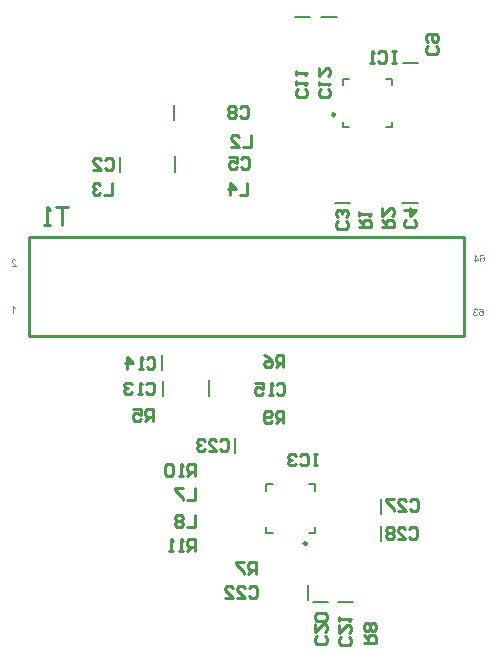
<source format=gbo>
%FSLAX43Y43*%
%MOMM*%
G71*
G01*
G75*
G04 Layer_Color=32896*
%ADD10R,1.500X1.000*%
%ADD11O,2.200X0.600*%
%ADD12R,1.000X1.500*%
%ADD13R,1.100X3.600*%
%ADD14R,10.550X8.700*%
%ADD15R,2.600X2.200*%
%ADD16C,0.250*%
%ADD17C,0.300*%
%ADD18C,0.200*%
%ADD19C,0.500*%
%ADD20C,1.500*%
%ADD21R,1.500X1.500*%
%ADD22C,2.800*%
%ADD23C,2.000*%
%ADD24R,1.500X1.500*%
%ADD25C,0.800*%
%ADD26C,6.000*%
%ADD27C,0.600*%
%ADD28C,0.660*%
%ADD29C,1.100*%
%ADD30R,2.500X2.500*%
%ADD31O,0.700X0.250*%
%ADD32O,0.250X0.700*%
%ADD33R,2.300X2.300*%
%ADD34O,0.350X0.800*%
%ADD35O,0.800X0.350*%
%ADD36O,0.600X3.000*%
%ADD37C,0.400*%
%ADD38C,0.254*%
%ADD39C,0.203*%
%ADD40R,1.703X1.203*%
%ADD41O,2.403X0.803*%
%ADD42R,1.203X1.703*%
%ADD43R,1.303X3.803*%
%ADD44R,10.753X8.903*%
%ADD45R,2.803X2.403*%
%ADD46C,1.703*%
%ADD47R,1.703X1.703*%
%ADD48C,3.003*%
%ADD49C,2.203*%
%ADD50R,1.703X1.703*%
%ADD51C,0.203*%
%ADD52C,6.203*%
%ADD53R,2.703X2.703*%
%ADD54O,0.903X0.453*%
%ADD55O,0.453X0.903*%
%ADD56R,2.503X2.503*%
%ADD57O,0.553X1.003*%
%ADD58O,1.003X0.553*%
%ADD59O,0.803X3.203*%
%ADD60C,0.803*%
%ADD61C,0.863*%
G36*
X59050Y35566D02*
X59075Y35561D01*
X59096Y35554D01*
X59115Y35546D01*
X59123Y35542D01*
X59130Y35538D01*
X59136Y35534D01*
X59141Y35531D01*
X59144Y35528D01*
X59147Y35526D01*
X59149Y35525D01*
X59150Y35524D01*
X59167Y35507D01*
X59181Y35487D01*
X59192Y35467D01*
X59202Y35446D01*
X59207Y35429D01*
X59210Y35421D01*
X59212Y35415D01*
X59213Y35409D01*
X59214Y35406D01*
X59215Y35403D01*
Y35402D01*
X59136Y35388D01*
X59132Y35409D01*
X59127Y35426D01*
X59120Y35441D01*
X59114Y35453D01*
X59107Y35462D01*
X59102Y35469D01*
X59098Y35473D01*
X59097Y35474D01*
X59085Y35483D01*
X59072Y35491D01*
X59060Y35495D01*
X59048Y35499D01*
X59037Y35501D01*
X59029Y35503D01*
X59021D01*
X59005Y35502D01*
X58990Y35498D01*
X58977Y35494D01*
X58966Y35489D01*
X58958Y35483D01*
X58951Y35479D01*
X58947Y35475D01*
X58946Y35474D01*
X58935Y35463D01*
X58928Y35451D01*
X58923Y35439D01*
X58920Y35428D01*
X58918Y35418D01*
X58916Y35410D01*
Y35405D01*
Y35404D01*
Y35403D01*
Y35393D01*
X58918Y35384D01*
X58922Y35368D01*
X58929Y35354D01*
X58936Y35342D01*
X58944Y35334D01*
X58950Y35327D01*
X58955Y35323D01*
X58956Y35323D01*
X58957D01*
X58972Y35314D01*
X58987Y35308D01*
X59003Y35303D01*
X59017Y35300D01*
X59029Y35299D01*
X59039Y35297D01*
X59051D01*
X59055Y35298D01*
X59059D01*
X59069Y35228D01*
X59057Y35231D01*
X59045Y35233D01*
X59036Y35235D01*
X59028Y35236D01*
X59021Y35237D01*
X59013D01*
X58994Y35235D01*
X58976Y35231D01*
X58960Y35225D01*
X58947Y35219D01*
X58937Y35213D01*
X58930Y35207D01*
X58925Y35203D01*
X58923Y35201D01*
X58911Y35188D01*
X58902Y35173D01*
X58896Y35158D01*
X58892Y35143D01*
X58889Y35131D01*
X58888Y35121D01*
X58887Y35117D01*
Y35115D01*
Y35113D01*
Y35112D01*
X58889Y35091D01*
X58894Y35073D01*
X58899Y35057D01*
X58907Y35043D01*
X58914Y35032D01*
X58920Y35024D01*
X58924Y35018D01*
X58926Y35017D01*
X58941Y35004D01*
X58957Y34994D01*
X58972Y34988D01*
X58987Y34983D01*
X59000Y34980D01*
X59010Y34980D01*
X59014Y34979D01*
X59020D01*
X59036Y34980D01*
X59052Y34983D01*
X59066Y34988D01*
X59077Y34993D01*
X59086Y34998D01*
X59094Y35003D01*
X59097Y35006D01*
X59099Y35007D01*
X59110Y35020D01*
X59119Y35035D01*
X59128Y35051D01*
X59134Y35067D01*
X59139Y35081D01*
X59141Y35088D01*
X59142Y35093D01*
X59143Y35098D01*
X59143Y35102D01*
X59144Y35103D01*
Y35104D01*
X59223Y35094D01*
X59221Y35079D01*
X59218Y35066D01*
X59210Y35040D01*
X59200Y35017D01*
X59194Y35008D01*
X59189Y34999D01*
X59183Y34991D01*
X59178Y34984D01*
X59173Y34978D01*
X59168Y34973D01*
X59166Y34969D01*
X59163Y34967D01*
X59161Y34965D01*
X59160Y34964D01*
X59149Y34956D01*
X59138Y34947D01*
X59127Y34941D01*
X59115Y34935D01*
X59092Y34926D01*
X59069Y34920D01*
X59059Y34919D01*
X59050Y34917D01*
X59042Y34916D01*
X59034Y34915D01*
X59029Y34914D01*
X59020D01*
X59003Y34915D01*
X58987Y34917D01*
X58971Y34919D01*
X58957Y34923D01*
X58943Y34928D01*
X58931Y34932D01*
X58919Y34938D01*
X58909Y34943D01*
X58898Y34948D01*
X58890Y34954D01*
X58883Y34958D01*
X58877Y34963D01*
X58873Y34967D01*
X58869Y34969D01*
X58867Y34971D01*
X58866Y34972D01*
X58855Y34983D01*
X58846Y34995D01*
X58837Y35007D01*
X58830Y35019D01*
X58824Y35030D01*
X58819Y35042D01*
X58812Y35065D01*
X58810Y35075D01*
X58808Y35084D01*
X58806Y35092D01*
X58805Y35100D01*
X58804Y35105D01*
Y35110D01*
Y35113D01*
Y35114D01*
X58805Y35136D01*
X58809Y35156D01*
X58814Y35174D01*
X58820Y35188D01*
X58825Y35201D01*
X58831Y35210D01*
X58835Y35215D01*
X58836Y35217D01*
X58849Y35231D01*
X58862Y35243D01*
X58877Y35252D01*
X58892Y35260D01*
X58905Y35265D01*
X58915Y35269D01*
X58919Y35270D01*
X58922Y35271D01*
X58923Y35272D01*
X58924D01*
X58909Y35280D01*
X58896Y35288D01*
X58885Y35298D01*
X58875Y35306D01*
X58868Y35313D01*
X58862Y35320D01*
X58860Y35323D01*
X58859Y35325D01*
X58851Y35338D01*
X58846Y35351D01*
X58841Y35364D01*
X58838Y35376D01*
X58836Y35386D01*
X58836Y35394D01*
Y35399D01*
Y35401D01*
X58836Y35417D01*
X58839Y35433D01*
X58843Y35446D01*
X58848Y35458D01*
X58852Y35469D01*
X58856Y35477D01*
X58859Y35482D01*
X58860Y35483D01*
X58869Y35497D01*
X58880Y35509D01*
X58891Y35519D01*
X58902Y35529D01*
X58911Y35535D01*
X58920Y35541D01*
X58925Y35544D01*
X58926Y35544D01*
X58927D01*
X58944Y35552D01*
X58960Y35557D01*
X58977Y35562D01*
X58992Y35565D01*
X59004Y35567D01*
X59014Y35568D01*
X59037D01*
X59050Y35566D01*
D02*
G37*
G36*
X59513Y35567D02*
X59531Y35565D01*
X59547Y35561D01*
X59563Y35556D01*
X59577Y35550D01*
X59591Y35544D01*
X59603Y35537D01*
X59614Y35531D01*
X59623Y35524D01*
X59633Y35517D01*
X59640Y35511D01*
X59645Y35506D01*
X59650Y35500D01*
X59654Y35496D01*
X59656Y35495D01*
X59657Y35494D01*
X59669Y35477D01*
X59679Y35458D01*
X59688Y35437D01*
X59696Y35416D01*
X59703Y35394D01*
X59708Y35372D01*
X59713Y35348D01*
X59717Y35327D01*
X59719Y35306D01*
X59721Y35286D01*
X59723Y35269D01*
X59724Y35254D01*
Y35241D01*
X59725Y35232D01*
Y35228D01*
Y35225D01*
Y35225D01*
Y35224D01*
X59724Y35194D01*
X59722Y35166D01*
X59719Y35140D01*
X59715Y35116D01*
X59710Y35095D01*
X59706Y35076D01*
X59700Y35058D01*
X59694Y35042D01*
X59688Y35029D01*
X59682Y35017D01*
X59678Y35008D01*
X59672Y35000D01*
X59669Y34993D01*
X59666Y34990D01*
X59664Y34987D01*
X59663Y34986D01*
X59651Y34973D01*
X59638Y34962D01*
X59625Y34953D01*
X59612Y34944D01*
X59598Y34937D01*
X59585Y34931D01*
X59572Y34927D01*
X59560Y34923D01*
X59548Y34920D01*
X59537Y34918D01*
X59528Y34916D01*
X59520Y34915D01*
X59512D01*
X59508Y34914D01*
X59503D01*
X59482Y34915D01*
X59462Y34919D01*
X59445Y34922D01*
X59429Y34928D01*
X59417Y34932D01*
X59408Y34937D01*
X59404Y34938D01*
X59401Y34940D01*
X59400Y34941D01*
X59400D01*
X59384Y34952D01*
X59369Y34965D01*
X59357Y34978D01*
X59347Y34991D01*
X59339Y35003D01*
X59333Y35012D01*
X59331Y35016D01*
X59329Y35018D01*
X59328Y35019D01*
Y35020D01*
X59319Y35040D01*
X59313Y35060D01*
X59308Y35078D01*
X59305Y35096D01*
X59302Y35111D01*
Y35116D01*
X59302Y35122D01*
Y35127D01*
Y35129D01*
Y35131D01*
Y35132D01*
X59302Y35149D01*
X59304Y35164D01*
X59307Y35180D01*
X59310Y35194D01*
X59314Y35207D01*
X59319Y35220D01*
X59324Y35231D01*
X59329Y35241D01*
X59335Y35250D01*
X59339Y35259D01*
X59344Y35265D01*
X59349Y35272D01*
X59351Y35276D01*
X59354Y35279D01*
X59356Y35281D01*
X59357Y35282D01*
X59367Y35292D01*
X59378Y35301D01*
X59390Y35309D01*
X59401Y35315D01*
X59412Y35322D01*
X59424Y35326D01*
X59445Y35333D01*
X59454Y35335D01*
X59463Y35337D01*
X59471Y35338D01*
X59478Y35339D01*
X59484Y35340D01*
X59491D01*
X59508Y35339D01*
X59523Y35336D01*
X59538Y35334D01*
X59551Y35330D01*
X59562Y35325D01*
X59571Y35323D01*
X59576Y35320D01*
X59577Y35319D01*
X59578D01*
X59593Y35310D01*
X59606Y35299D01*
X59618Y35289D01*
X59627Y35278D01*
X59635Y35269D01*
X59642Y35262D01*
X59645Y35256D01*
X59646Y35255D01*
Y35272D01*
X59645Y35288D01*
X59645Y35303D01*
X59643Y35318D01*
X59642Y35331D01*
X59640Y35343D01*
X59638Y35354D01*
X59635Y35364D01*
X59633Y35373D01*
X59632Y35381D01*
X59630Y35387D01*
X59629Y35393D01*
X59627Y35397D01*
X59626Y35399D01*
X59625Y35401D01*
Y35402D01*
X59616Y35421D01*
X59607Y35437D01*
X59596Y35450D01*
X59587Y35461D01*
X59579Y35470D01*
X59572Y35477D01*
X59568Y35481D01*
X59566Y35482D01*
X59555Y35489D01*
X59544Y35494D01*
X59533Y35497D01*
X59522Y35500D01*
X59513Y35502D01*
X59506Y35503D01*
X59499D01*
X59483Y35501D01*
X59467Y35497D01*
X59454Y35492D01*
X59442Y35486D01*
X59433Y35480D01*
X59426Y35474D01*
X59423Y35470D01*
X59421Y35469D01*
X59414Y35460D01*
X59408Y35450D01*
X59402Y35439D01*
X59399Y35428D01*
X59395Y35418D01*
X59392Y35409D01*
X59391Y35404D01*
X59390Y35403D01*
Y35402D01*
X59312Y35409D01*
X59317Y35434D01*
X59326Y35458D01*
X59335Y35478D01*
X59345Y35495D01*
X59355Y35507D01*
X59359Y35513D01*
X59363Y35518D01*
X59366Y35520D01*
X59369Y35523D01*
X59370Y35524D01*
X59371Y35525D01*
X59380Y35532D01*
X59390Y35539D01*
X59411Y35550D01*
X59431Y35557D01*
X59450Y35562D01*
X59468Y35566D01*
X59475Y35567D01*
X59482D01*
X59487Y35568D01*
X59495D01*
X59513Y35567D01*
D02*
G37*
G36*
X59326Y39701D02*
Y39628D01*
X59047D01*
Y39475D01*
X58969D01*
Y39628D01*
X58882D01*
Y39701D01*
X58969D01*
Y40115D01*
X59033D01*
X59326Y39701D01*
D02*
G37*
G36*
X19968Y39742D02*
X19984Y39741D01*
X19998Y39738D01*
X20012Y39735D01*
X20025Y39731D01*
X20037Y39728D01*
X20048Y39723D01*
X20059Y39719D01*
X20068Y39714D01*
X20075Y39709D01*
X20082Y39706D01*
X20087Y39702D01*
X20092Y39699D01*
X20095Y39696D01*
X20096Y39695D01*
X20097Y39694D01*
X20107Y39685D01*
X20115Y39675D01*
X20123Y39664D01*
X20130Y39653D01*
X20141Y39631D01*
X20148Y39609D01*
X20151Y39598D01*
X20154Y39588D01*
X20156Y39580D01*
X20157Y39572D01*
X20158Y39566D01*
Y39561D01*
X20159Y39559D01*
Y39558D01*
X20079Y39549D01*
X20077Y39571D01*
X20073Y39589D01*
X20068Y39606D01*
X20061Y39619D01*
X20056Y39630D01*
X20050Y39637D01*
X20046Y39642D01*
X20045Y39644D01*
X20031Y39655D01*
X20016Y39663D01*
X20000Y39670D01*
X19986Y39673D01*
X19973Y39676D01*
X19962Y39677D01*
X19959Y39678D01*
X19953D01*
X19934Y39677D01*
X19916Y39673D01*
X19901Y39668D01*
X19888Y39662D01*
X19878Y39656D01*
X19872Y39651D01*
X19867Y39647D01*
X19865Y39645D01*
X19854Y39633D01*
X19846Y39620D01*
X19839Y39607D01*
X19836Y39594D01*
X19833Y39584D01*
X19832Y39574D01*
X19831Y39569D01*
Y39568D01*
Y39567D01*
X19833Y39550D01*
X19837Y39533D01*
X19843Y39517D01*
X19850Y39502D01*
X19857Y39490D01*
X19863Y39480D01*
X19865Y39476D01*
X19867Y39474D01*
X19869Y39473D01*
Y39472D01*
X19876Y39461D01*
X19886Y39451D01*
X19896Y39440D01*
X19907Y39429D01*
X19930Y39407D01*
X19953Y39385D01*
X19965Y39375D01*
X19975Y39365D01*
X19985Y39357D01*
X19994Y39350D01*
X20000Y39344D01*
X20006Y39339D01*
X20010Y39337D01*
X20010Y39336D01*
X20034Y39316D01*
X20055Y39298D01*
X20072Y39281D01*
X20086Y39267D01*
X20098Y39255D01*
X20107Y39247D01*
X20111Y39241D01*
X20113Y39241D01*
Y39240D01*
X20126Y39224D01*
X20136Y39209D01*
X20145Y39194D01*
X20153Y39181D01*
X20158Y39170D01*
X20162Y39162D01*
X20164Y39156D01*
X20165Y39155D01*
Y39155D01*
X20169Y39144D01*
X20170Y39135D01*
X20172Y39126D01*
X20173Y39118D01*
X20174Y39110D01*
Y39105D01*
Y39101D01*
Y39100D01*
X19750D01*
Y39176D01*
X20065D01*
X20054Y39192D01*
X20048Y39198D01*
X20044Y39204D01*
X20039Y39210D01*
X20035Y39214D01*
X20033Y39216D01*
X20032Y39217D01*
X20027Y39222D01*
X20022Y39227D01*
X20009Y39239D01*
X19994Y39253D01*
X19978Y39266D01*
X19963Y39278D01*
X19957Y39284D01*
X19951Y39290D01*
X19947Y39293D01*
X19943Y39296D01*
X19941Y39298D01*
X19940Y39299D01*
X19925Y39312D01*
X19911Y39324D01*
X19898Y39336D01*
X19886Y39346D01*
X19875Y39356D01*
X19865Y39365D01*
X19856Y39374D01*
X19849Y39381D01*
X19841Y39388D01*
X19836Y39394D01*
X19831Y39399D01*
X19826Y39403D01*
X19822Y39409D01*
X19820Y39411D01*
X19807Y39426D01*
X19796Y39440D01*
X19787Y39454D01*
X19779Y39465D01*
X19774Y39475D01*
X19770Y39483D01*
X19768Y39487D01*
X19767Y39489D01*
X19762Y39503D01*
X19758Y39517D01*
X19754Y39530D01*
X19752Y39541D01*
X19752Y39551D01*
X19751Y39559D01*
Y39563D01*
Y39565D01*
X19752Y39579D01*
X19753Y39592D01*
X19755Y39605D01*
X19759Y39616D01*
X19768Y39638D01*
X19777Y39656D01*
X19783Y39664D01*
X19788Y39670D01*
X19792Y39677D01*
X19797Y39682D01*
X19801Y39685D01*
X19802Y39689D01*
X19804Y39690D01*
X19805Y39691D01*
X19815Y39700D01*
X19826Y39708D01*
X19838Y39715D01*
X19850Y39720D01*
X19875Y39730D01*
X19899Y39736D01*
X19909Y39738D01*
X19919Y39740D01*
X19928Y39741D01*
X19936Y39742D01*
X19942Y39743D01*
X19951D01*
X19968Y39742D01*
D02*
G37*
G36*
X19899Y35752D02*
X19910Y35737D01*
X19922Y35722D01*
X19933Y35709D01*
X19944Y35698D01*
X19952Y35689D01*
X19956Y35686D01*
X19958Y35683D01*
X19959Y35683D01*
X19960Y35682D01*
X19980Y35666D01*
X19999Y35651D01*
X20018Y35638D01*
X20036Y35628D01*
X20052Y35619D01*
X20058Y35615D01*
X20064Y35612D01*
X20069Y35609D01*
X20072Y35609D01*
X20074Y35607D01*
X20075D01*
Y35531D01*
X20061Y35536D01*
X20047Y35543D01*
X20033Y35549D01*
X20020Y35556D01*
X20009Y35561D01*
X20000Y35566D01*
X19995Y35570D01*
X19994Y35571D01*
X19993D01*
X19976Y35581D01*
X19961Y35591D01*
X19948Y35600D01*
X19938Y35609D01*
X19929Y35615D01*
X19923Y35621D01*
X19919Y35624D01*
X19918Y35625D01*
Y35125D01*
X19839D01*
Y35768D01*
X19890D01*
X19899Y35752D01*
D02*
G37*
G36*
X59588Y40117D02*
X59606Y40115D01*
X59622Y40111D01*
X59638Y40106D01*
X59652Y40100D01*
X59666Y40094D01*
X59678Y40087D01*
X59689Y40081D01*
X59698Y40074D01*
X59708Y40067D01*
X59715Y40061D01*
X59720Y40056D01*
X59725Y40050D01*
X59729Y40046D01*
X59731Y40045D01*
X59732Y40044D01*
X59744Y40027D01*
X59754Y40008D01*
X59763Y39987D01*
X59771Y39966D01*
X59778Y39944D01*
X59783Y39922D01*
X59788Y39898D01*
X59792Y39877D01*
X59794Y39856D01*
X59796Y39836D01*
X59798Y39819D01*
X59799Y39804D01*
Y39791D01*
X59800Y39782D01*
Y39778D01*
Y39775D01*
Y39775D01*
Y39774D01*
X59799Y39744D01*
X59797Y39716D01*
X59794Y39690D01*
X59790Y39666D01*
X59785Y39645D01*
X59781Y39626D01*
X59775Y39608D01*
X59769Y39592D01*
X59763Y39579D01*
X59757Y39567D01*
X59753Y39558D01*
X59747Y39550D01*
X59744Y39543D01*
X59741Y39540D01*
X59739Y39537D01*
X59738Y39536D01*
X59726Y39523D01*
X59713Y39512D01*
X59700Y39503D01*
X59687Y39494D01*
X59673Y39487D01*
X59660Y39481D01*
X59647Y39477D01*
X59634Y39473D01*
X59623Y39470D01*
X59612Y39468D01*
X59603Y39466D01*
X59595Y39465D01*
X59587D01*
X59583Y39464D01*
X59578D01*
X59557Y39465D01*
X59537Y39469D01*
X59520Y39472D01*
X59504Y39478D01*
X59492Y39482D01*
X59483Y39487D01*
X59479Y39488D01*
X59476Y39490D01*
X59475Y39491D01*
X59475D01*
X59459Y39502D01*
X59444Y39515D01*
X59432Y39528D01*
X59422Y39541D01*
X59414Y39553D01*
X59408Y39562D01*
X59406Y39566D01*
X59404Y39568D01*
X59403Y39569D01*
Y39570D01*
X59394Y39590D01*
X59388Y39610D01*
X59383Y39628D01*
X59380Y39646D01*
X59377Y39661D01*
Y39666D01*
X59377Y39672D01*
Y39677D01*
Y39679D01*
Y39681D01*
Y39682D01*
X59377Y39699D01*
X59379Y39714D01*
X59382Y39730D01*
X59385Y39744D01*
X59389Y39757D01*
X59394Y39770D01*
X59399Y39781D01*
X59404Y39791D01*
X59410Y39800D01*
X59414Y39809D01*
X59419Y39815D01*
X59424Y39822D01*
X59426Y39826D01*
X59429Y39829D01*
X59431Y39831D01*
X59432Y39832D01*
X59442Y39842D01*
X59453Y39851D01*
X59465Y39859D01*
X59476Y39865D01*
X59487Y39872D01*
X59499Y39876D01*
X59520Y39883D01*
X59529Y39886D01*
X59538Y39887D01*
X59546Y39888D01*
X59553Y39889D01*
X59559Y39890D01*
X59566D01*
X59583Y39889D01*
X59598Y39886D01*
X59613Y39884D01*
X59626Y39880D01*
X59637Y39875D01*
X59646Y39873D01*
X59651Y39870D01*
X59652Y39869D01*
X59653D01*
X59668Y39860D01*
X59681Y39849D01*
X59693Y39839D01*
X59702Y39828D01*
X59710Y39819D01*
X59717Y39812D01*
X59720Y39806D01*
X59721Y39805D01*
Y39822D01*
X59720Y39838D01*
X59720Y39853D01*
X59718Y39868D01*
X59717Y39881D01*
X59715Y39893D01*
X59713Y39904D01*
X59710Y39914D01*
X59708Y39923D01*
X59707Y39931D01*
X59705Y39937D01*
X59704Y39943D01*
X59702Y39947D01*
X59701Y39949D01*
X59700Y39951D01*
Y39952D01*
X59691Y39971D01*
X59682Y39987D01*
X59671Y40000D01*
X59662Y40011D01*
X59654Y40020D01*
X59647Y40027D01*
X59643Y40031D01*
X59641Y40032D01*
X59630Y40039D01*
X59619Y40044D01*
X59608Y40047D01*
X59597Y40050D01*
X59588Y40052D01*
X59581Y40053D01*
X59574D01*
X59558Y40051D01*
X59542Y40047D01*
X59529Y40042D01*
X59517Y40036D01*
X59508Y40030D01*
X59501Y40024D01*
X59498Y40020D01*
X59496Y40019D01*
X59489Y40010D01*
X59483Y40000D01*
X59477Y39989D01*
X59474Y39978D01*
X59470Y39968D01*
X59467Y39959D01*
X59466Y39954D01*
X59465Y39953D01*
Y39952D01*
X59387Y39959D01*
X59392Y39984D01*
X59401Y40008D01*
X59410Y40028D01*
X59420Y40045D01*
X59430Y40057D01*
X59434Y40063D01*
X59438Y40068D01*
X59441Y40070D01*
X59444Y40073D01*
X59445Y40074D01*
X59446Y40075D01*
X59455Y40082D01*
X59465Y40089D01*
X59486Y40100D01*
X59506Y40107D01*
X59525Y40112D01*
X59543Y40116D01*
X59550Y40117D01*
X59557D01*
X59562Y40118D01*
X59570D01*
X59588Y40117D01*
D02*
G37*
%LPC*%
G36*
X59512Y35271D02*
X59507D01*
X59487Y35269D01*
X59470Y35264D01*
X59455Y35259D01*
X59442Y35251D01*
X59432Y35244D01*
X59425Y35238D01*
X59420Y35234D01*
X59418Y35232D01*
X59406Y35216D01*
X59397Y35200D01*
X59390Y35182D01*
X59387Y35165D01*
X59384Y35151D01*
X59383Y35144D01*
Y35139D01*
X59382Y35134D01*
Y35130D01*
Y35128D01*
Y35127D01*
X59384Y35103D01*
X59388Y35081D01*
X59393Y35063D01*
X59400Y35047D01*
X59407Y35035D01*
X59412Y35026D01*
X59416Y35020D01*
X59418Y35019D01*
Y35018D01*
X59425Y35011D01*
X59432Y35005D01*
X59447Y34995D01*
X59461Y34989D01*
X59474Y34983D01*
X59486Y34980D01*
X59496Y34980D01*
X59499Y34979D01*
X59504D01*
X59517Y34980D01*
X59529Y34981D01*
X59540Y34985D01*
X59549Y34989D01*
X59558Y34992D01*
X59564Y34995D01*
X59568Y34997D01*
X59570Y34998D01*
X59581Y35006D01*
X59590Y35015D01*
X59598Y35025D01*
X59605Y35033D01*
X59610Y35041D01*
X59614Y35048D01*
X59617Y35053D01*
X59618Y35054D01*
X59623Y35068D01*
X59627Y35082D01*
X59631Y35095D01*
X59633Y35107D01*
X59633Y35117D01*
X59634Y35126D01*
Y35130D01*
Y35132D01*
X59633Y35154D01*
X59629Y35174D01*
X59622Y35191D01*
X59616Y35205D01*
X59609Y35217D01*
X59603Y35225D01*
X59599Y35230D01*
X59597Y35232D01*
X59583Y35245D01*
X59568Y35254D01*
X59552Y35262D01*
X59538Y35266D01*
X59525Y35269D01*
X59516Y35270D01*
X59512Y35271D01*
D02*
G37*
G36*
X59047Y39987D02*
Y39701D01*
X59249D01*
X59047Y39987D01*
D02*
G37*
G36*
X59587Y39821D02*
X59582D01*
X59562Y39819D01*
X59545Y39814D01*
X59530Y39809D01*
X59517Y39801D01*
X59507Y39794D01*
X59500Y39788D01*
X59495Y39784D01*
X59493Y39782D01*
X59481Y39766D01*
X59472Y39750D01*
X59465Y39732D01*
X59462Y39715D01*
X59459Y39701D01*
X59458Y39694D01*
Y39689D01*
X59457Y39684D01*
Y39680D01*
Y39678D01*
Y39677D01*
X59459Y39653D01*
X59463Y39631D01*
X59468Y39613D01*
X59475Y39597D01*
X59482Y39585D01*
X59487Y39576D01*
X59491Y39570D01*
X59493Y39569D01*
Y39568D01*
X59500Y39561D01*
X59507Y39555D01*
X59522Y39545D01*
X59536Y39539D01*
X59549Y39533D01*
X59561Y39530D01*
X59571Y39530D01*
X59574Y39529D01*
X59579D01*
X59592Y39530D01*
X59604Y39531D01*
X59615Y39535D01*
X59624Y39539D01*
X59633Y39542D01*
X59639Y39545D01*
X59643Y39547D01*
X59645Y39548D01*
X59656Y39556D01*
X59665Y39565D01*
X59673Y39575D01*
X59680Y39583D01*
X59685Y39591D01*
X59689Y39598D01*
X59692Y39603D01*
X59693Y39604D01*
X59698Y39618D01*
X59702Y39632D01*
X59706Y39645D01*
X59708Y39657D01*
X59708Y39667D01*
X59709Y39676D01*
Y39680D01*
Y39682D01*
X59708Y39704D01*
X59704Y39724D01*
X59697Y39741D01*
X59691Y39755D01*
X59684Y39767D01*
X59678Y39775D01*
X59674Y39780D01*
X59672Y39782D01*
X59658Y39795D01*
X59643Y39804D01*
X59627Y39812D01*
X59613Y39816D01*
X59600Y39819D01*
X59591Y39820D01*
X59587Y39821D01*
D02*
G37*
%LPD*%
D16*
X44725Y15675D02*
G03*
X44725Y15675I-125J0D01*
G01*
X47100Y51975D02*
G03*
X47100Y51975I-125J0D01*
G01*
D18*
X41250Y16525D02*
X41825D01*
X41250D02*
Y17100D01*
Y20150D02*
Y20725D01*
X41825D01*
X44875D02*
X45450D01*
Y20150D02*
Y20725D01*
Y16525D02*
Y17100D01*
X44875Y16525D02*
X45450D01*
X52875Y56375D02*
X54175D01*
X45950Y60275D02*
X47250D01*
X43725D02*
X45025D01*
X47825Y54525D02*
Y55000D01*
X48300D01*
X51450D02*
X51925D01*
Y54525D02*
Y55000D01*
Y50900D02*
Y51375D01*
X51450Y50900D02*
X51925D01*
X47825D02*
X48300D01*
X47825D02*
Y51375D01*
X47325Y10700D02*
X48625D01*
X45250D02*
X46550D01*
X44850Y10850D02*
Y12150D01*
X32525Y28150D02*
Y29450D01*
X32475Y30325D02*
Y31625D01*
X36450Y28175D02*
Y29475D01*
X38650Y23325D02*
Y24625D01*
X33475Y51500D02*
Y52800D01*
X33525Y47150D02*
Y48450D01*
X28875Y47125D02*
Y48425D01*
X50975Y15850D02*
Y17150D01*
Y18175D02*
Y19475D01*
X47075Y44500D02*
X48375D01*
X52800D02*
X54100D01*
D38*
X21229Y41603D02*
X58059D01*
Y33221D02*
Y41603D01*
X21229Y33221D02*
X58059D01*
X21229D02*
Y41603D01*
X51100Y42425D02*
X52100D01*
Y42925D01*
X51933Y43091D01*
X51600D01*
X51433Y42925D01*
Y42425D01*
Y42758D02*
X51100Y43091D01*
Y44091D02*
Y43425D01*
X51766Y44091D01*
X51933D01*
X52100Y43925D01*
Y43591D01*
X51933Y43425D01*
X49175Y42425D02*
X50175D01*
Y42925D01*
X50008Y43091D01*
X49675D01*
X49508Y42925D01*
Y42425D01*
Y42758D02*
X49175Y43091D01*
Y43425D02*
Y43758D01*
Y43591D01*
X50175D01*
X50008Y43425D01*
X52272Y57363D02*
X51939D01*
X52106D01*
Y56363D01*
X52272D01*
X51939D01*
X50773Y57196D02*
X50939Y57363D01*
X51273D01*
X51439Y57196D01*
Y56530D01*
X51273Y56363D01*
X50939D01*
X50773Y56530D01*
X50440Y56363D02*
X50106D01*
X50273D01*
Y57363D01*
X50440Y57196D01*
X46558Y54116D02*
X46725Y53950D01*
Y53617D01*
X46558Y53450D01*
X45892D01*
X45725Y53617D01*
Y53950D01*
X45892Y54116D01*
X45725Y54450D02*
Y54783D01*
Y54616D01*
X46725D01*
X46558Y54450D01*
X45725Y55949D02*
Y55283D01*
X46391Y55949D01*
X46558D01*
X46725Y55783D01*
Y55449D01*
X46558Y55283D01*
X44608Y54141D02*
X44775Y53975D01*
Y53642D01*
X44608Y53475D01*
X43942D01*
X43775Y53642D01*
Y53975D01*
X43942Y54141D01*
X43775Y54475D02*
Y54808D01*
Y54641D01*
X44775D01*
X44608Y54475D01*
X43775Y55308D02*
Y55641D01*
Y55474D01*
X44775D01*
X44608Y55308D01*
X55633Y57791D02*
X55800Y57625D01*
Y57292D01*
X55633Y57125D01*
X54967D01*
X54800Y57292D01*
Y57625D01*
X54967Y57791D01*
Y58125D02*
X54800Y58291D01*
Y58625D01*
X54967Y58791D01*
X55633D01*
X55800Y58625D01*
Y58291D01*
X55633Y58125D01*
X55466D01*
X55300Y58291D01*
Y58791D01*
X53783Y43091D02*
X53950Y42925D01*
Y42592D01*
X53783Y42425D01*
X53117D01*
X52950Y42592D01*
Y42925D01*
X53117Y43091D01*
X52950Y43925D02*
X53950D01*
X53450Y43425D01*
Y44091D01*
X48058Y42941D02*
X48225Y42775D01*
Y42442D01*
X48058Y42275D01*
X47392D01*
X47225Y42442D01*
Y42775D01*
X47392Y42941D01*
X48058Y43275D02*
X48225Y43441D01*
Y43775D01*
X48058Y43941D01*
X47891D01*
X47725Y43775D01*
Y43608D01*
Y43775D01*
X47558Y43941D01*
X47392D01*
X47225Y43775D01*
Y43441D01*
X47392Y43275D01*
X49550Y7275D02*
X50550D01*
Y7775D01*
X50383Y7941D01*
X50050D01*
X49883Y7775D01*
Y7275D01*
Y7608D02*
X49550Y7941D01*
X50383Y8275D02*
X50550Y8441D01*
Y8775D01*
X50383Y8941D01*
X50216D01*
X50050Y8775D01*
X49883Y8941D01*
X49717D01*
X49550Y8775D01*
Y8441D01*
X49717Y8275D01*
X49883D01*
X50050Y8441D01*
X50216Y8275D01*
X50383D01*
X50050Y8441D02*
Y8775D01*
X40425Y13075D02*
Y14075D01*
X39925D01*
X39759Y13908D01*
Y13575D01*
X39925Y13408D01*
X40425D01*
X40092D02*
X39759Y13075D01*
X39425Y14075D02*
X38759D01*
Y13908D01*
X39425Y13242D01*
Y13075D01*
X39834Y11908D02*
X40000Y12075D01*
X40333D01*
X40500Y11908D01*
Y11242D01*
X40333Y11075D01*
X40000D01*
X39834Y11242D01*
X38834Y11075D02*
X39500D01*
X38834Y11741D01*
Y11908D01*
X39000Y12075D01*
X39334D01*
X39500Y11908D01*
X37834Y11075D02*
X38501D01*
X37834Y11741D01*
Y11908D01*
X38001Y12075D01*
X38334D01*
X38501Y11908D01*
X48258Y7766D02*
X48425Y7600D01*
Y7267D01*
X48258Y7100D01*
X47592D01*
X47425Y7267D01*
Y7600D01*
X47592Y7766D01*
X47425Y8766D02*
Y8100D01*
X48091Y8766D01*
X48258D01*
X48425Y8600D01*
Y8266D01*
X48258Y8100D01*
X47425Y9099D02*
Y9433D01*
Y9266D01*
X48425D01*
X48258Y9099D01*
X46258Y7816D02*
X46425Y7650D01*
Y7317D01*
X46258Y7150D01*
X45592D01*
X45425Y7317D01*
Y7650D01*
X45592Y7816D01*
X45425Y8816D02*
Y8150D01*
X46091Y8816D01*
X46258D01*
X46425Y8650D01*
Y8316D01*
X46258Y8150D01*
Y9149D02*
X46425Y9316D01*
Y9649D01*
X46258Y9816D01*
X45592D01*
X45425Y9649D01*
Y9316D01*
X45592Y9149D01*
X46258D01*
X35250Y15025D02*
Y16025D01*
X34750D01*
X34584Y15858D01*
Y15525D01*
X34750Y15358D01*
X35250D01*
X34917D02*
X34584Y15025D01*
X34250D02*
X33917D01*
X34084D01*
Y16025D01*
X34250Y15858D01*
X33417Y15025D02*
X33084D01*
X33251D01*
Y16025D01*
X33417Y15858D01*
X35225Y21375D02*
Y22375D01*
X34725D01*
X34559Y22208D01*
Y21875D01*
X34725Y21708D01*
X35225D01*
X34892D02*
X34559Y21375D01*
X34225D02*
X33892D01*
X34059D01*
Y22375D01*
X34225Y22208D01*
X33392D02*
X33226Y22375D01*
X32892D01*
X32726Y22208D01*
Y21542D01*
X32892Y21375D01*
X33226D01*
X33392Y21542D01*
Y22208D01*
X42750Y25900D02*
Y26900D01*
X42250D01*
X42084Y26733D01*
Y26400D01*
X42250Y26233D01*
X42750D01*
X42417D02*
X42084Y25900D01*
X41750Y26067D02*
X41584Y25900D01*
X41250D01*
X41084Y26067D01*
Y26733D01*
X41250Y26900D01*
X41584D01*
X41750Y26733D01*
Y26566D01*
X41584Y26400D01*
X41084D01*
X35225Y18050D02*
Y17050D01*
X34559D01*
X34225Y17883D02*
X34059Y18050D01*
X33725D01*
X33559Y17883D01*
Y17716D01*
X33725Y17550D01*
X33559Y17383D01*
Y17217D01*
X33725Y17050D01*
X34059D01*
X34225Y17217D01*
Y17383D01*
X34059Y17550D01*
X34225Y17716D01*
Y17883D01*
X34059Y17550D02*
X33725D01*
X35225Y20350D02*
Y19350D01*
X34559D01*
X34225Y20350D02*
X33559D01*
Y20183D01*
X34225Y19517D01*
Y19350D01*
X53409Y16908D02*
X53575Y17075D01*
X53908D01*
X54075Y16908D01*
Y16242D01*
X53908Y16075D01*
X53575D01*
X53409Y16242D01*
X52409Y16075D02*
X53075D01*
X52409Y16741D01*
Y16908D01*
X52575Y17075D01*
X52909D01*
X53075Y16908D01*
X52076D02*
X51909Y17075D01*
X51576D01*
X51409Y16908D01*
Y16741D01*
X51576Y16575D01*
X51409Y16408D01*
Y16242D01*
X51576Y16075D01*
X51909D01*
X52076Y16242D01*
Y16408D01*
X51909Y16575D01*
X52076Y16741D01*
Y16908D01*
X51909Y16575D02*
X51576D01*
X53434Y19233D02*
X53600Y19400D01*
X53933D01*
X54100Y19233D01*
Y18567D01*
X53933Y18400D01*
X53600D01*
X53434Y18567D01*
X52434Y18400D02*
X53100D01*
X52434Y19066D01*
Y19233D01*
X52600Y19400D01*
X52934D01*
X53100Y19233D01*
X52101Y19400D02*
X51434D01*
Y19233D01*
X52101Y18567D01*
Y18400D01*
X37409Y24358D02*
X37575Y24525D01*
X37908D01*
X38075Y24358D01*
Y23692D01*
X37908Y23525D01*
X37575D01*
X37409Y23692D01*
X36409Y23525D02*
X37075D01*
X36409Y24191D01*
Y24358D01*
X36575Y24525D01*
X36909D01*
X37075Y24358D01*
X36076D02*
X35909Y24525D01*
X35576D01*
X35409Y24358D01*
Y24191D01*
X35576Y24025D01*
X35742D01*
X35576D01*
X35409Y23858D01*
Y23692D01*
X35576Y23525D01*
X35909D01*
X36076Y23692D01*
X42750Y30625D02*
Y31625D01*
X42250D01*
X42084Y31458D01*
Y31125D01*
X42250Y30958D01*
X42750D01*
X42417D02*
X42084Y30625D01*
X41084Y31625D02*
X41417Y31458D01*
X41750Y31125D01*
Y30792D01*
X41584Y30625D01*
X41250D01*
X41084Y30792D01*
Y30958D01*
X41250Y31125D01*
X41750D01*
X31675Y26050D02*
Y27050D01*
X31175D01*
X31009Y26883D01*
Y26550D01*
X31175Y26383D01*
X31675D01*
X31342D02*
X31009Y26050D01*
X30009Y27050D02*
X30675D01*
Y26550D01*
X30342Y26716D01*
X30175D01*
X30009Y26550D01*
Y26217D01*
X30175Y26050D01*
X30509D01*
X30675Y26217D01*
X42159Y29058D02*
X42325Y29225D01*
X42658D01*
X42825Y29058D01*
Y28392D01*
X42658Y28225D01*
X42325D01*
X42159Y28392D01*
X41825Y28225D02*
X41492D01*
X41659D01*
Y29225D01*
X41825Y29058D01*
X40326Y29225D02*
X40992D01*
Y28725D01*
X40659Y28891D01*
X40492D01*
X40326Y28725D01*
Y28392D01*
X40492Y28225D01*
X40826D01*
X40992Y28392D01*
X31159Y31258D02*
X31325Y31425D01*
X31658D01*
X31825Y31258D01*
Y30592D01*
X31658Y30425D01*
X31325D01*
X31159Y30592D01*
X30825Y30425D02*
X30492D01*
X30659D01*
Y31425D01*
X30825Y31258D01*
X29492Y30425D02*
Y31425D01*
X29992Y30925D01*
X29326D01*
X31109Y29133D02*
X31275Y29300D01*
X31608D01*
X31775Y29133D01*
Y28467D01*
X31608Y28300D01*
X31275D01*
X31109Y28467D01*
X30775Y28300D02*
X30442D01*
X30609D01*
Y29300D01*
X30775Y29133D01*
X29942D02*
X29776Y29300D01*
X29442D01*
X29276Y29133D01*
Y28966D01*
X29442Y28800D01*
X29609D01*
X29442D01*
X29276Y28633D01*
Y28467D01*
X29442Y28300D01*
X29776D01*
X29942Y28467D01*
X24500Y44150D02*
X23500D01*
X24000D01*
Y42650D01*
X23000D02*
X22501D01*
X22751D01*
Y44150D01*
X23000Y43900D01*
X27659Y48133D02*
X27825Y48300D01*
X28158D01*
X28325Y48133D01*
Y47467D01*
X28158Y47300D01*
X27825D01*
X27659Y47467D01*
X26659Y47300D02*
X27325D01*
X26659Y47966D01*
Y48133D01*
X26825Y48300D01*
X27159D01*
X27325Y48133D01*
X39159Y48208D02*
X39325Y48375D01*
X39658D01*
X39825Y48208D01*
Y47542D01*
X39658Y47375D01*
X39325D01*
X39159Y47542D01*
X38159Y48375D02*
X38825D01*
Y47875D01*
X38492Y48041D01*
X38325D01*
X38159Y47875D01*
Y47542D01*
X38325Y47375D01*
X38659D01*
X38825Y47542D01*
X39059Y52508D02*
X39225Y52675D01*
X39558D01*
X39725Y52508D01*
Y51842D01*
X39558Y51675D01*
X39225D01*
X39059Y51842D01*
X38725Y52508D02*
X38559Y52675D01*
X38225D01*
X38059Y52508D01*
Y52341D01*
X38225Y52175D01*
X38059Y52008D01*
Y51842D01*
X38225Y51675D01*
X38559D01*
X38725Y51842D01*
Y52008D01*
X38559Y52175D01*
X38725Y52341D01*
Y52508D01*
X38559Y52175D02*
X38225D01*
X39975Y50275D02*
Y49275D01*
X39309D01*
X38309D02*
X38975D01*
X38309Y49941D01*
Y50108D01*
X38475Y50275D01*
X38809D01*
X38975Y50108D01*
X28250Y46200D02*
Y45200D01*
X27584D01*
X27250Y46033D02*
X27084Y46200D01*
X26750D01*
X26584Y46033D01*
Y45866D01*
X26750Y45700D01*
X26917D01*
X26750D01*
X26584Y45533D01*
Y45367D01*
X26750Y45200D01*
X27084D01*
X27250Y45367D01*
X39700Y46175D02*
Y45175D01*
X39034D01*
X38200D02*
Y46175D01*
X38700Y45675D01*
X38034D01*
X45625Y23275D02*
X45292D01*
X45458D01*
Y22275D01*
X45625D01*
X45292D01*
X44125Y23108D02*
X44292Y23275D01*
X44625D01*
X44792Y23108D01*
Y22442D01*
X44625Y22275D01*
X44292D01*
X44125Y22442D01*
X43792Y23108D02*
X43626Y23275D01*
X43292D01*
X43126Y23108D01*
Y22941D01*
X43292Y22775D01*
X43459D01*
X43292D01*
X43126Y22608D01*
Y22442D01*
X43292Y22275D01*
X43626D01*
X43792Y22442D01*
M02*

</source>
